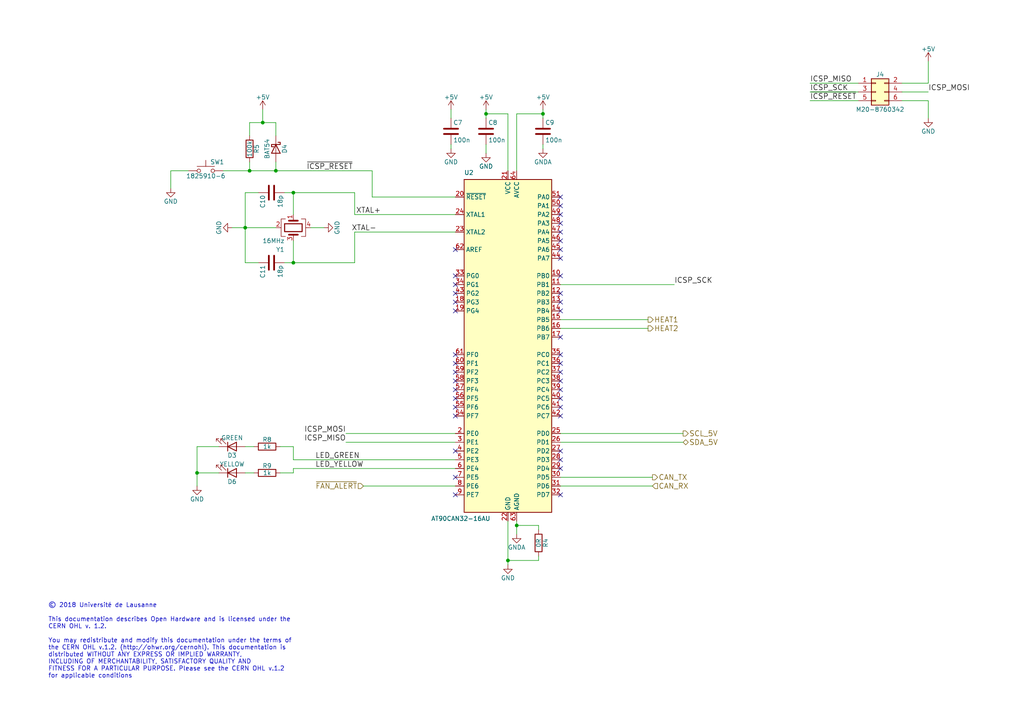
<source format=kicad_sch>
(kicad_sch (version 20231120) (generator "eeschema") (generator_version "8.0")
  (paper "A4")
  (title_block (title "AT90CAN128 - Climate Controller") (date "06/11/2018") (rev "A") (company "Université de Lausanne") (comment 1 "Author: Alexandre Tuleu") (comment 2 "Licensed under the CERN OHL v1.2"))
  (lib_symbols
    (symbol "Connector_Generic:Conn_02x03_Odd_Even" (pin_names (offset 1.016) hide)
      (property "Reference" "J" (at 1.27 5.08 0))
      (property "Value" "Conn_02x03_Odd_Even" (at 1.27 -5.08 0))
      (symbol "Conn_02x03_Odd_Even_1_1"
        (rectangle (start -1.27 -2.413) (end 0 -2.667) (stroke (width 0.1524)))
        (rectangle (start -1.27 0.127) (end 0 -0.127) (stroke (width 0.1524)))
        (rectangle (start -1.27 2.667) (end 0 2.413) (stroke (width 0.1524)))
        (rectangle (start -1.27 3.81) (end 3.81 -3.81) (stroke (width 0.254)) (fill (type background)))
        (rectangle (start 3.81 -2.413) (end 2.54 -2.667) (stroke (width 0.1524)))
        (rectangle (start 3.81 0.127) (end 2.54 -0.127) (stroke (width 0.1524)))
        (rectangle (start 3.81 2.667) (end 2.54 2.413) (stroke (width 0.1524)))
        (pin passive line (at -5.08 2.54 0) (length 3.81) (name "Pin_1") (number "1"))
        (pin passive line (at 7.62 2.54 180) (length 3.81) (name "Pin_2") (number "2"))
        (pin passive line (at -5.08 0 0) (length 3.81) (name "Pin_3") (number "3"))
        (pin passive line (at 7.62 0 180) (length 3.81) (name "Pin_4") (number "4"))
        (pin passive line (at -5.08 -2.54 0) (length 3.81) (name "Pin_5") (number "5"))
        (pin passive line (at 7.62 -2.54 180) (length 3.81) (name "Pin_6") (number "6"))
      )
    )
    (symbol "Device:C" (pin_numbers hide) (pin_names (offset 0.254))
      (property "Reference" "C" (at 0.635 2.54 0))
      (property "Value" "C" (at 0.635 -2.54 0))
      (symbol "C_0_1"
        (polyline (pts (xy -2.032 -0.762) (xy 2.032 -0.762)) (stroke (width 0.508)))
        (polyline (pts (xy -2.032 0.762) (xy 2.032 0.762)) (stroke (width 0.508)))
      )
      (symbol "C_1_1"
        (pin passive line (at 0 3.81 270) (length 2.794) (name "~") (number "1"))
        (pin passive line (at 0 -3.81 90) (length 2.794) (name "~") (number "2"))
      )
    )
    (symbol "Device:Crystal_GND24" (pin_names (offset 1.016) hide)
      (property "Reference" "Y" (at 3.175 5.08 0))
      (property "Value" "Crystal_GND24" (at 3.175 3.175 0))
      (symbol "Crystal_GND24_0_1"
        (rectangle (start -1.143 2.54) (end 1.143 -2.54) (stroke (width 0.3048)))
        (polyline (pts (xy -2.54 0) (xy -2.032 0)))
        (polyline (pts (xy -2.032 -1.27) (xy -2.032 1.27)) (stroke (width 0.508)))
        (polyline (pts (xy 0 -3.81) (xy 0 -3.556)))
        (polyline (pts (xy 0 3.556) (xy 0 3.81)))
        (polyline (pts (xy 2.032 -1.27) (xy 2.032 1.27)) (stroke (width 0.508)))
        (polyline (pts (xy 2.032 0) (xy 2.54 0)))
        (polyline (pts (xy -2.54 -2.286) (xy -2.54 -3.556) (xy 2.54 -3.556) (xy 2.54 -2.286)))
        (polyline (pts (xy -2.54 2.286) (xy -2.54 3.556) (xy 2.54 3.556) (xy 2.54 2.286)))
      )
      (symbol "Crystal_GND24_1_1"
        (pin passive line (at -3.81 0 0) (length 1.27) (name "1") (number "1"))
        (pin passive line (at 0 5.08 270) (length 1.27) (name "2") (number "2"))
        (pin passive line (at 3.81 0 180) (length 1.27) (name "3") (number "3"))
        (pin passive line (at 0 -5.08 90) (length 1.27) (name "4") (number "4"))
      )
    )
    (symbol "Device:D_Schottky" (pin_numbers hide) (pin_names (offset 1.016) hide)
      (property "Reference" "D" (at 0 2.54 0))
      (property "Value" "D_Schottky" (at 0 -2.54 0))
      (symbol "D_Schottky_0_1"
        (polyline (pts (xy 1.27 0) (xy -1.27 0)))
        (polyline (pts (xy 1.27 1.27) (xy 1.27 -1.27) (xy -1.27 0) (xy 1.27 1.27)) (stroke (width 0.254)))
        (polyline (pts (xy -1.905 0.635) (xy -1.905 1.27) (xy -1.27 1.27) (xy -1.27 -1.27) (xy -0.635 -1.27) (xy -0.635 -0.635)) (stroke (width 0.254)))
      )
      (symbol "D_Schottky_1_1"
        (pin passive line (at -3.81 0 0) (length 2.54) (name "K") (number "1"))
        (pin passive line (at 3.81 0 180) (length 2.54) (name "A") (number "2"))
      )
    )
    (symbol "Device:LED" (pin_numbers hide) (pin_names (offset 1.016) hide)
      (property "Reference" "D" (at 0 2.54 0))
      (property "Value" "LED" (at 0 -2.54 0))
      (symbol "LED_0_1"
        (polyline (pts (xy -1.27 -1.27) (xy -1.27 1.27)) (stroke (width 0.254)))
        (polyline (pts (xy -1.27 0) (xy 1.27 0)))
        (polyline (pts (xy 1.27 -1.27) (xy 1.27 1.27) (xy -1.27 0) (xy 1.27 -1.27)) (stroke (width 0.254)))
        (polyline (pts (xy -3.048 -0.762) (xy -4.572 -2.286) (xy -3.81 -2.286) (xy -4.572 -2.286) (xy -4.572 -1.524)))
        (polyline (pts (xy -1.778 -0.762) (xy -3.302 -2.286) (xy -2.54 -2.286) (xy -3.302 -2.286) (xy -3.302 -1.524)))
      )
      (symbol "LED_1_1"
        (pin passive line (at -3.81 0 0) (length 2.54) (name "K") (number "1"))
        (pin passive line (at 3.81 0 180) (length 2.54) (name "A") (number "2"))
      )
    )
    (symbol "Device:R" (pin_numbers hide) (pin_names (offset 0))
      (property "Reference" "R" (at 2.032 0 90))
      (property "Value" "R" (at 0 0 90))
      (symbol "R_0_1"
        (rectangle (start -1.016 -2.54) (end 1.016 2.54) (stroke (width 0.254)))
      )
      (symbol "R_1_1"
        (pin passive line (at 0 3.81 270) (length 1.27) (name "~") (number "1"))
        (pin passive line (at 0 -3.81 90) (length 1.27) (name "~") (number "2"))
      )
    )
    (symbol "Switch:SW_Push" (pin_numbers hide) (pin_names (offset 1.016) hide)
      (property "Reference" "SW" (at 1.27 2.54 0))
      (property "Value" "SW_Push" (at 0 -1.524 0))
      (symbol "SW_Push_0_1"
        (circle (center -2.032 0) (radius 0.508))
        (polyline (pts (xy 0 1.27) (xy 0 3.048)))
        (polyline (pts (xy 2.54 1.27) (xy -2.54 1.27)))
        (circle (center 2.032 0) (radius 0.508))
        (pin passive line (at -5.08 0 0) (length 2.54) (name "1") (number "1"))
        (pin passive line (at 5.08 0 180) (length 2.54) (name "2") (number "2"))
      )
    )
    (symbol "zeus-rescue:+5V-power" (power) (pin_names (offset 0))
      (property "Value" "power_+5V" (at 0 3.556 0))
      (symbol "+5V-power_0_1"
        (polyline (pts (xy -0.762 1.27) (xy 0 2.54)))
        (polyline (pts (xy 0 0) (xy 0 2.54)))
        (polyline (pts (xy 0 2.54) (xy 0.762 1.27)))
      )
      (symbol "+5V-power_1_1"
        (pin power_in line (at 0 0 90) (length 0) hide (name "+5V") (number "1"))
      )
    )
    (symbol "zeus-rescue:AT90CAN128-16AU-MCU_Microchip_AVR"
      (property "Reference" "U" (at -12.7 49.53 0))
      (property "Value" "AT90CAN128-16AU-MCU_Microchip_AVR" (at 5.08 -49.53 0))
      (symbol "AT90CAN128-16AU-MCU_Microchip_AVR_0_1"
        (rectangle (start -12.7 -48.26) (end 12.7 48.26) (stroke (width 0.254)) (fill (type background)))
      )
      (symbol "AT90CAN128-16AU-MCU_Microchip_AVR_1_1"
        (pin no_connect line (at -12.7 -45.72 0) (length 2.54) hide (name "NC") (number "1"))
        (pin bidirectional line (at 15.24 20.32 180) (length 2.54) (name "PB0") (number "10"))
        (pin bidirectional line (at 15.24 17.78 180) (length 2.54) (name "PB1") (number "11"))
        (pin bidirectional line (at 15.24 15.24 180) (length 2.54) (name "PB2") (number "12"))
        (pin bidirectional line (at 15.24 12.7 180) (length 2.54) (name "PB3") (number "13"))
        (pin bidirectional line (at 15.24 10.16 180) (length 2.54) (name "PB4") (number "14"))
        (pin bidirectional line (at 15.24 7.62 180) (length 2.54) (name "PB5") (number "15"))
        (pin bidirectional line (at 15.24 5.08 180) (length 2.54) (name "PB6") (number "16"))
        (pin bidirectional line (at 15.24 2.54 180) (length 2.54) (name "PB7") (number "17"))
        (pin bidirectional line (at -15.24 12.7 0) (length 2.54) (name "PG3") (number "18"))
        (pin bidirectional line (at -15.24 10.16 0) (length 2.54) (name "PG4") (number "19"))
        (pin bidirectional line (at -15.24 -25.4 0) (length 2.54) (name "PE0") (number "2"))
        (pin input line (at -15.24 43.18 0) (length 2.54) (name "~{RESET}") (number "20"))
        (pin power_in line (at 0 50.8 270) (length 2.54) (name "VCC") (number "21"))
        (pin power_in line (at 0 -50.8 90) (length 2.54) (name "GND") (number "22"))
        (pin bidirectional line (at -15.24 33.02 0) (length 2.54) (name "XTAL2") (number "23"))
        (pin bidirectional line (at -15.24 38.1 0) (length 2.54) (name "XTAL1") (number "24"))
        (pin bidirectional line (at 15.24 -25.4 180) (length 2.54) (name "PD0") (number "25"))
        (pin bidirectional line (at 15.24 -27.94 180) (length 2.54) (name "PD1") (number "26"))
        (pin bidirectional line (at 15.24 -30.48 180) (length 2.54) (name "PD2") (number "27"))
        (pin bidirectional line (at 15.24 -33.02 180) (length 2.54) (name "PD3") (number "28"))
        (pin bidirectional line (at 15.24 -35.56 180) (length 2.54) (name "PD4") (number "29"))
        (pin bidirectional line (at -15.24 -27.94 0) (length 2.54) (name "PE1") (number "3"))
        (pin bidirectional line (at 15.24 -38.1 180) (length 2.54) (name "PD5") (number "30"))
        (pin bidirectional line (at 15.24 -40.64 180) (length 2.54) (name "PD6") (number "31"))
        (pin bidirectional line (at 15.24 -43.18 180) (length 2.54) (name "PD7") (number "32"))
        (pin bidirectional line (at -15.24 20.32 0) (length 2.54) (name "PG0") (number "33"))
        (pin bidirectional line (at -15.24 17.78 0) (length 2.54) (name "PG1") (number "34"))
        (pin bidirectional line (at 15.24 -2.54 180) (length 2.54) (name "PC0") (number "35"))
        (pin bidirectional line (at 15.24 -5.08 180) (length 2.54) (name "PC1") (number "36"))
        (pin bidirectional line (at 15.24 -7.62 180) (length 2.54) (name "PC2") (number "37"))
        (pin bidirectional line (at 15.24 -10.16 180) (length 2.54) (name "PC3") (number "38"))
        (pin bidirectional line (at 15.24 -12.7 180) (length 2.54) (name "PC4") (number "39"))
        (pin bidirectional line (at -15.24 -30.48 0) (length 2.54) (name "PE2") (number "4"))
        (pin bidirectional line (at 15.24 -15.24 180) (length 2.54) (name "PC5") (number "40"))
        (pin bidirectional line (at 15.24 -17.78 180) (length 2.54) (name "PC6") (number "41"))
        (pin bidirectional line (at 15.24 -20.32 180) (length 2.54) (name "PC7") (number "42"))
        (pin bidirectional line (at -15.24 15.24 0) (length 2.54) (name "PG2") (number "43"))
        (pin bidirectional line (at 15.24 25.4 180) (length 2.54) (name "PA7") (number "44"))
        (pin bidirectional line (at 15.24 27.94 180) (length 2.54) (name "PA6") (number "45"))
        (pin bidirectional line (at 15.24 30.48 180) (length 2.54) (name "PA5") (number "46"))
        (pin bidirectional line (at 15.24 33.02 180) (length 2.54) (name "PA4") (number "47"))
        (pin bidirectional line (at 15.24 35.56 180) (length 2.54) (name "PA3") (number "48"))
        (pin bidirectional line (at 15.24 38.1 180) (length 2.54) (name "PA2") (number "49"))
        (pin bidirectional line (at -15.24 -33.02 0) (length 2.54) (name "PE3") (number "5"))
        (pin bidirectional line (at 15.24 40.64 180) (length 2.54) (name "PA1") (number "50"))
        (pin bidirectional line (at 15.24 43.18 180) (length 2.54) (name "PA0") (number "51"))
        (pin passive line (at 0 50.8 270) (length 2.54) hide (name "VCC") (number "52"))
        (pin passive line (at 0 -50.8 90) (length 2.54) hide (name "GND") (number "53"))
        (pin input line (at -15.24 -20.32 0) (length 2.54) (name "PF7") (number "54"))
        (pin input line (at -15.24 -17.78 0) (length 2.54) (name "PF6") (number "55"))
        (pin input line (at -15.24 -15.24 0) (length 2.54) (name "PF5") (number "56"))
        (pin input line (at -15.24 -12.7 0) (length 2.54) (name "PF4") (number "57"))
        (pin input line (at -15.24 -10.16 0) (length 2.54) (name "PF3") (number "58"))
        (pin input line (at -15.24 -7.62 0) (length 2.54) (name "PF2") (number "59"))
        (pin bidirectional line (at -15.24 -35.56 0) (length 2.54) (name "PE4") (number "6"))
        (pin input line (at -15.24 -5.08 0) (length 2.54) (name "PF1") (number "60"))
        (pin input line (at -15.24 -2.54 0) (length 2.54) (name "PF0") (number "61"))
        (pin input line (at -15.24 27.94 0) (length 2.54) (name "AREF") (number "62"))
        (pin power_in line (at 2.54 -50.8 90) (length 2.54) (name "AGND") (number "63"))
        (pin power_in line (at 2.54 50.8 270) (length 2.54) (name "AVCC") (number "64"))
        (pin bidirectional line (at -15.24 -38.1 0) (length 2.54) (name "PE5") (number "7"))
        (pin bidirectional line (at -15.24 -40.64 0) (length 2.54) (name "PE6") (number "8"))
        (pin bidirectional line (at -15.24 -43.18 0) (length 2.54) (name "PE7") (number "9"))
      )
    )
    (symbol "zeus-rescue:GND-power" (power) (pin_names (offset 0))
      (property "Value" "power_GND" (at 0 -3.81 0))
      (symbol "GND-power_0_1"
        (polyline (pts (xy 0 0) (xy 0 -1.27) (xy 1.27 -1.27) (xy 0 -2.54) (xy -1.27 -1.27) (xy 0 -1.27)))
      )
      (symbol "GND-power_1_1"
        (pin power_in line (at 0 0 270) (length 0) hide (name "GND") (number "1"))
      )
    )
    (symbol "zeus-rescue:GNDA-power" (power) (pin_names (offset 0))
      (property "Value" "power_GNDA" (at 0 -3.81 0))
      (symbol "GNDA-power_0_1"
        (polyline (pts (xy 0 0) (xy 0 -1.27) (xy 1.27 -1.27) (xy 0 -2.54) (xy -1.27 -1.27) (xy 0 -1.27)))
      )
      (symbol "GNDA-power_1_1"
        (pin power_in line (at 0 0 270) (length 0) hide (name "GNDA") (number "1"))
      )
    )
  )
  (junction (at 57.15 137.16))
  (junction (at 85.09 55.88))
  (junction (at 71.12 66.04))
  (junction (at 149.86 152.4))
  (junction (at 157.48 33.02))
  (junction (at 76.2 35.56))
  (junction (at 147.32 162.56))
  (junction (at 85.09 76.2))
  (junction (at 72.39 49.53))
  (junction (at 140.97 33.02))
  (junction (at 80.01 49.53))
  (no_connect (at 132.08 120.65))
  (no_connect (at 162.56 67.31))
  (no_connect (at 162.56 135.89))
  (no_connect (at 162.56 115.57))
  (no_connect (at 162.56 87.63))
  (no_connect (at 132.08 143.51))
  (no_connect (at 162.56 62.23))
  (no_connect (at 132.08 102.87))
  (no_connect (at 132.08 107.95))
  (no_connect (at 162.56 97.79))
  (no_connect (at 132.08 115.57))
  (no_connect (at 162.56 74.93))
  (no_connect (at 132.08 113.03))
  (no_connect (at 132.08 130.81))
  (no_connect (at 132.08 138.43))
  (no_connect (at 132.08 90.17))
  (no_connect (at 162.56 72.39))
  (no_connect (at 162.56 133.35))
  (no_connect (at 162.56 110.49))
  (no_connect (at 162.56 57.15))
  (no_connect (at 162.56 90.17))
  (no_connect (at 162.56 59.69))
  (no_connect (at 132.08 105.41))
  (no_connect (at 162.56 120.65))
  (no_connect (at 132.08 110.49))
  (no_connect (at 162.56 143.51))
  (no_connect (at 132.08 118.11))
  (no_connect (at 132.08 82.55))
  (no_connect (at 162.56 107.95))
  (no_connect (at 162.56 80.01))
  (no_connect (at 132.08 87.63))
  (no_connect (at 132.08 85.09))
  (no_connect (at 162.56 130.81))
  (no_connect (at 132.08 80.01))
  (no_connect (at 162.56 113.03))
  (no_connect (at 162.56 118.11))
  (no_connect (at 162.56 102.87))
  (no_connect (at 162.56 105.41))
  (no_connect (at 162.56 64.77))
  (no_connect (at 162.56 85.09))
  (no_connect (at 162.56 69.85))
  (no_connect (at 132.08 72.39))
  (wire (pts (xy 234.95 26.67) (xy 248.92 26.67)))
  (wire (pts (xy 140.97 31.75) (xy 140.97 33.02)))
  (wire (pts (xy 85.09 133.35) (xy 132.08 133.35)))
  (wire (pts (xy 102.87 62.23) (xy 132.08 62.23)))
  (wire (pts (xy 73.66 129.54) (xy 71.12 129.54)))
  (wire (pts (xy 80.01 49.53) (xy 107.95 49.53)))
  (wire (pts (xy 71.12 66.04) (xy 71.12 76.2)))
  (wire (pts (xy 85.09 135.89) (xy 85.09 137.16)))
  (wire (pts (xy 261.62 24.13) (xy 269.24 24.13)))
  (wire (pts (xy 49.53 49.53) (xy 54.61 49.53)))
  (wire (pts (xy 72.39 39.37) (xy 72.39 35.56)))
  (wire (pts (xy 162.56 138.43) (xy 189.23 138.43)))
  (wire (pts (xy 130.81 41.91) (xy 130.81 43.18)))
  (wire (pts (xy 234.95 29.21) (xy 248.92 29.21)))
  (wire (pts (xy 107.95 57.15) (xy 132.08 57.15)))
  (wire (pts (xy 140.97 33.02) (xy 147.32 33.02)))
  (wire (pts (xy 156.21 152.4) (xy 156.21 153.67)))
  (wire (pts (xy 149.86 152.4) (xy 149.86 154.94)))
  (wire (pts (xy 73.66 137.16) (xy 71.12 137.16)))
  (wire (pts (xy 102.87 67.31) (xy 102.87 76.2)))
  (wire (pts (xy 140.97 33.02) (xy 140.97 34.29)))
  (wire (pts (xy 157.48 33.02) (xy 157.48 34.29)))
  (wire (pts (xy 76.2 35.56) (xy 80.01 35.56)))
  (wire (pts (xy 149.86 151.13) (xy 149.86 152.4)))
  (wire (pts (xy 102.87 55.88) (xy 85.09 55.88)))
  (wire (pts (xy 72.39 49.53) (xy 72.39 46.99)))
  (wire (pts (xy 157.48 43.18) (xy 157.48 41.91)))
  (wire (pts (xy 85.09 55.88) (xy 82.55 55.88)))
  (wire (pts (xy 85.09 133.35) (xy 85.09 129.54)))
  (wire (pts (xy 149.86 33.02) (xy 149.86 49.53)))
  (wire (pts (xy 162.56 92.71) (xy 187.96 92.71)))
  (wire (pts (xy 261.62 29.21) (xy 269.24 29.21)))
  (wire (pts (xy 261.62 26.67) (xy 269.24 26.67)))
  (wire (pts (xy 85.09 137.16) (xy 81.28 137.16)))
  (wire (pts (xy 71.12 66.04) (xy 67.31 66.04)))
  (wire (pts (xy 269.24 24.13) (xy 269.24 17.78)))
  (wire (pts (xy 140.97 41.91) (xy 140.97 44.45)))
  (wire (pts (xy 162.56 128.27) (xy 198.12 128.27)))
  (wire (pts (xy 102.87 67.31) (xy 132.08 67.31)))
  (wire (pts (xy 85.09 76.2) (xy 82.55 76.2)))
  (wire (pts (xy 162.56 95.25) (xy 187.96 95.25)))
  (wire (pts (xy 85.09 129.54) (xy 81.28 129.54)))
  (wire (pts (xy 93.98 66.04) (xy 90.17 66.04)))
  (wire (pts (xy 100.33 128.27) (xy 132.08 128.27)))
  (wire (pts (xy 105.41 140.97) (xy 132.08 140.97)))
  (wire (pts (xy 80.01 35.56) (xy 80.01 39.37)))
  (wire (pts (xy 156.21 162.56) (xy 147.32 162.56)))
  (wire (pts (xy 147.32 163.83) (xy 147.32 162.56)))
  (wire (pts (xy 162.56 82.55) (xy 195.58 82.55)))
  (wire (pts (xy 102.87 62.23) (xy 102.87 55.88)))
  (wire (pts (xy 57.15 140.97) (xy 57.15 137.16)))
  (wire (pts (xy 57.15 137.16) (xy 57.15 129.54)))
  (wire (pts (xy 100.33 125.73) (xy 132.08 125.73)))
  (wire (pts (xy 269.24 29.21) (xy 269.24 34.29)))
  (wire (pts (xy 71.12 55.88) (xy 71.12 66.04)))
  (wire (pts (xy 80.01 49.53) (xy 80.01 46.99)))
  (wire (pts (xy 64.77 49.53) (xy 72.39 49.53)))
  (wire (pts (xy 80.01 66.04) (xy 71.12 66.04)))
  (wire (pts (xy 57.15 129.54) (xy 63.5 129.54)))
  (wire (pts (xy 76.2 31.75) (xy 76.2 35.56)))
  (wire (pts (xy 130.81 31.75) (xy 130.81 34.29)))
  (wire (pts (xy 71.12 76.2) (xy 74.93 76.2)))
  (wire (pts (xy 102.87 76.2) (xy 85.09 76.2)))
  (wire (pts (xy 162.56 125.73) (xy 198.12 125.73)))
  (wire (pts (xy 85.09 62.23) (xy 85.09 55.88)))
  (wire (pts (xy 157.48 31.75) (xy 157.48 33.02)))
  (wire (pts (xy 72.39 49.53) (xy 80.01 49.53)))
  (wire (pts (xy 85.09 135.89) (xy 132.08 135.89)))
  (wire (pts (xy 147.32 162.56) (xy 147.32 151.13)))
  (wire (pts (xy 49.53 54.61) (xy 49.53 49.53)))
  (wire (pts (xy 156.21 161.29) (xy 156.21 162.56)))
  (wire (pts (xy 162.56 140.97) (xy 189.23 140.97)))
  (wire (pts (xy 107.95 49.53) (xy 107.95 57.15)))
  (wire (pts (xy 72.39 35.56) (xy 76.2 35.56)))
  (wire (pts (xy 157.48 33.02) (xy 149.86 33.02)))
  (wire (pts (xy 74.93 55.88) (xy 71.12 55.88)))
  (wire (pts (xy 149.86 152.4) (xy 156.21 152.4)))
  (wire (pts (xy 234.95 24.13) (xy 248.92 24.13)))
  (wire (pts (xy 63.5 137.16) (xy 57.15 137.16)))
  (wire (pts (xy 85.09 76.2) (xy 85.09 69.85)))
  (wire (pts (xy 147.32 33.02) (xy 147.32 49.53)))
  (text "© 2018 Université de Lausanne\n\nThis documentation describes Open Hardware and is licensed under the\nCERN OHL v. 1.2.\n\nYou may redistribute and modify this documentation under the terms of\nthe CERN OHL v.1.2. (http://ohwr.org/cernohl). This documentation is\ndistributed WITHOUT ANY EXPRESS OR IMPLIED WARRANTY,\nINCLUDING OF MERCHANTABILITY, SATISFACTORY QUALITY AND\nFITNESS FOR A PARTICULAR PURPOSE. Please see the CERN OHL v.1.2\nfor applicable conditions" (at 13.97 196.85 0) (effects (font (size 1.27 1.27)) (justify left bottom)))
  (label "XTAL-" (at 109.22 67.31 180) (effects (font (size 1.524 1.524))))
  (label "~{ICSP_RESET}" (at 234.95 29.21 0) (effects (font (size 1.524 1.524))))
  (label "ICSP_SCK" (at 195.58 82.55 0) (effects (font (size 1.524 1.524))))
  (label "ICSP_MISO" (at 100.33 128.27 180) (effects (font (size 1.524 1.524))))
  (label "XTAL+" (at 110.49 62.23 180) (effects (font (size 1.524 1.524))))
  (label "~{ICSP_RESET}" (at 88.9 49.53 0) (effects (font (size 1.524 1.524))))
  (label "ICSP_MOSI" (at 269.24 26.67 0) (effects (font (size 1.524 1.524))))
  (label "ICSP_MOSI" (at 100.33 125.73 180) (effects (font (size 1.524 1.524))))
  (label "LED_YELLOW" (at 91.44 135.89 0) (effects (font (size 1.524 1.524))))
  (label "ICSP_MISO" (at 234.95 24.13 0) (effects (font (size 1.524 1.524))))
  (label "ICSP_SCK" (at 234.95 26.67 0) (effects (font (size 1.524 1.524))))
  (label "LED_GREEN" (at 91.44 133.35 0) (effects (font (size 1.524 1.524))))
  (hierarchical_label "CAN_RX" (shape input) (at 189.23 140.97 0) (effects (font (size 1.524 1.524))))
  (hierarchical_label "CAN_TX" (shape output) (at 189.23 138.43 0) (effects (font (size 1.524 1.524))))
  (hierarchical_label "SCL_5V" (shape output) (at 198.12 125.73 0) (effects (font (size 1.524 1.524))))
  (hierarchical_label "~{FAN_ALERT}" (shape input) (at 105.41 140.97 180) (effects (font (size 1.524 1.524))))
  (hierarchical_label "HEAT1" (shape output) (at 187.96 92.71 0) (effects (font (size 1.524 1.524))))
  (hierarchical_label "HEAT2" (shape output) (at 187.96 95.25 0) (effects (font (size 1.524 1.524))))
  (hierarchical_label "SDA_5V" (shape bidirectional) (at 198.12 128.27 0) (effects (font (size 1.524 1.524))))
  (symbol (lib_id "Device:C") (at 130.81 38.1 0) (unit 1)
    (property "Reference" "C7" (at 131.445 35.56 0) (effects (justify left)))
    (property "Value" "100n" (at 131.445 40.64 0) (effects (justify left)))
    (property "Footprint" "Capacitor_SMD:C_0603_1608Metric" (effects (hide yes)))
    (property "Description" "GPC0603104" (effects (hide yes)))
    (property "MPN" "GPC0603104" (effects (hide yes)))
  )
  (symbol (lib_id "Device:C") (at 140.97 38.1 0) (unit 1)
    (property "Reference" "C8" (at 141.605 35.56 0) (effects (justify left)))
    (property "Value" "100n" (at 141.605 40.64 0) (effects (justify left)))
    (property "Footprint" "Capacitor_SMD:C_0603_1608Metric" (effects (hide yes)))
    (property "Description" "GPC0603104" (effects (hide yes)))
    (property "MPN" "GPC0603104" (effects (hide yes)))
  )
  (symbol (lib_id "Device:C") (at 157.48 38.1 0) (unit 1)
    (property "Reference" "C9" (at 158.115 35.56 0) (effects (justify left)))
    (property "Value" "100n" (at 158.115 40.64 0) (effects (justify left)))
    (property "Footprint" "Capacitor_SMD:C_0603_1608Metric" (effects (hide yes)))
    (property "Description" "GPC0603104" (effects (hide yes)))
    (property "MPN" "GPC0603104" (effects (hide yes)))
  )
  (symbol (lib_id "Device:Crystal_GND24") (at 85.09 66.04 90) (mirror x) (unit 1)
    (property "Reference" "Y1" (at 82.55 72.39 90) (effects (justify left)))
    (property "Value" "16MHz" (at 82.55 69.85 90) (effects (justify left)))
    (property "Footprint" "Crystal:Crystal_SMD_SeikoEpson_FA238-4Pin_3.2x2.5mm" (effects (hide yes)))
    (property "Description" "FA-238 16.0000MB-C3" (effects (hide yes)))
    (property "MPN" "FA-238 16.0000MB-C3" (effects (hide yes)))
  )
  (symbol (lib_id "Device:C") (at 78.74 55.88 90) (mirror x) (unit 1)
    (property "Reference" "C10" (at 76.2 56.515 0) (effects (justify left)))
    (property "Value" "18p" (at 81.28 56.515 0) (effects (justify left)))
    (property "Footprint" "Capacitor_SMD:C_0603_1608Metric" (effects (hide yes)))
    (property "Description" "GPC0603180" (effects (hide yes)))
    (property "MPN" "GPC0603180" (effects (hide yes)))
  )
  (symbol (lib_id "Device:C") (at 78.74 76.2 90) (mirror x) (unit 1)
    (property "Reference" "C11" (at 76.2 76.835 0) (effects (justify left)))
    (property "Value" "18p" (at 81.28 76.835 0) (effects (justify left)))
    (property "Footprint" "Capacitor_SMD:C_0603_1608Metric" (effects (hide yes)))
    (property "Description" "GPC0603180" (effects (hide yes)))
    (property "MPN" "GPC0603180" (effects (hide yes)))
  )
  (symbol (lib_id "zeus-rescue:GND-power") (at 67.31 66.04 270) (mirror x) (unit 1)
    (property "Reference" "#PWR021" (effects (hide yes)))
    (property "Value" "GND" (at 63.5 66.04 0))
  )
  (symbol (lib_id "zeus-rescue:GND-power") (at 93.98 66.04 90) (mirror x) (unit 1)
    (property "Reference" "#PWR022" (effects (hide yes)))
    (property "Value" "GND" (at 97.79 66.04 0))
  )
  (symbol (lib_id "Device:R") (at 156.21 157.48 0) (unit 1)
    (property "Reference" "R4" (at 158.242 157.48 90))
    (property "Value" "0R" (at 156.21 157.48 90))
    (property "Footprint" "Resistor_SMD:R_0603_1608Metric" (effects (hide yes)))
    (property "Description" "RC0603JR-070RL" (effects (hide yes)))
    (property "MPN" "GPR06030R" (effects (hide yes)))
  )
  (symbol (lib_id "zeus-rescue:GND-power") (at 147.32 163.83 0) (unit 1)
    (property "Reference" "#PWR023" (effects (hide yes)))
    (property "Value" "GND" (at 147.32 167.64 0))
  )
  (symbol (lib_id "zeus-rescue:GNDA-power") (at 149.86 154.94 0) (unit 1)
    (property "Reference" "#PWR024" (effects (hide yes)))
    (property "Value" "GNDA" (at 149.86 158.75 0))
  )
  (symbol (lib_id "zeus-rescue:GNDA-power") (at 157.48 43.18 0) (unit 1)
    (property "Reference" "#PWR025" (effects (hide yes)))
    (property "Value" "GNDA" (at 157.48 46.99 0))
  )
  (symbol (lib_id "zeus-rescue:+5V-power") (at 130.81 31.75 0) (unit 1)
    (property "Reference" "#PWR026" (effects (hide yes)))
    (property "Value" "+5V" (at 130.81 28.194 0))
  )
  (symbol (lib_id "zeus-rescue:+5V-power") (at 140.97 31.75 0) (unit 1)
    (property "Reference" "#PWR027" (effects (hide yes)))
    (property "Value" "+5V" (at 140.97 28.194 0))
  )
  (symbol (lib_id "zeus-rescue:GND-power") (at 130.81 43.18 0) (unit 1)
    (property "Reference" "#PWR028" (effects (hide yes)))
    (property "Value" "GND" (at 130.81 46.99 0))
  )
  (symbol (lib_id "Connector_Generic:Conn_02x03_Odd_Even") (at 254 26.67 0) (unit 1)
    (property "Reference" "J4" (at 255.27 21.59 0))
    (property "Value" "M20-8760342" (at 255.27 31.75 0))
    (property "Footprint" "Connector_PinHeader_2.54mm:PinHeader_2x03_P2.54mm_Vertical_SMD" (effects (hide yes)))
    (property "Description" "M20-8760342" (effects (hide yes)))
    (property "MPN" "M20-8760342" (effects (hide yes)))
  )
  (symbol (lib_id "Switch:SW_Push") (at 59.69 49.53 0) (unit 1)
    (property "Reference" "SW1" (at 60.96 46.99 0) (effects (justify left)))
    (property "Value" "1825910-6" (at 59.69 51.054 0))
    (property "Footprint" "Button_Switch_THT:SW_PUSH_6mm" (effects (hide yes)))
    (property "Description" "1825910-6" (effects (hide yes)))
    (property "MPN" "1825910-6" (effects (hide yes)))
  )
  (symbol (lib_id "Device:D_Schottky") (at 80.01 43.18 270) (unit 1)
    (property "Reference" "D4" (at 82.55 43.18 0))
    (property "Value" "BAT54" (at 77.47 43.18 0))
    (property "Footprint" "Diodes_SMD:D_SOT-23_ANK" (effects (hide yes)))
    (property "Description" "BAT54-7-F" (effects (hide yes)))
    (property "MPN" "BAT54-7-F" (effects (hide yes)))
  )
  (symbol (lib_id "Device:R") (at 72.39 43.18 0) (unit 1)
    (property "Reference" "R5" (at 74.422 43.18 90))
    (property "Value" "100k" (at 72.39 43.18 90))
    (property "Footprint" "Resistor_SMD:R_0603_1608Metric" (effects (hide yes)))
    (property "Description" "GPR0603100K" (effects (hide yes)))
    (property "MPN" "GPR0603100K" (effects (hide yes)))
  )
  (symbol (lib_id "zeus-rescue:+5V-power") (at 76.2 31.75 0) (unit 1)
    (property "Reference" "#PWR029" (effects (hide yes)))
    (property "Value" "+5V" (at 76.2 28.194 0))
  )
  (symbol (lib_id "zeus-rescue:GND-power") (at 49.53 54.61 0) (unit 1)
    (property "Reference" "#PWR030" (effects (hide yes)))
    (property "Value" "GND" (at 49.53 58.42 0))
  )
  (symbol (lib_id "zeus-rescue:+5V-power") (at 269.24 17.78 0) (unit 1)
    (property "Reference" "#PWR031" (effects (hide yes)))
    (property "Value" "+5V" (at 269.24 14.224 0))
  )
  (symbol (lib_id "zeus-rescue:GND-power") (at 269.24 34.29 0) (unit 1)
    (property "Reference" "#PWR032" (effects (hide yes)))
    (property "Value" "GND" (at 269.24 38.1 0))
  )
  (symbol (lib_id "Device:LED") (at 67.31 137.16 0) (mirror x) (unit 1)
    (property "Reference" "D6" (at 67.31 139.7 0))
    (property "Value" "YELLOW" (at 67.31 134.62 0))
    (property "Footprint" "LED_SMD:LED_0603_1608Metric" (effects (hide yes)))
    (property "Description" "150060YS75000" (effects (hide yes)))
    (property "MPN" "150060YS75000" (effects (hide yes)))
  )
  (symbol (lib_id "Device:LED") (at 67.31 129.54 0) (mirror x) (unit 1)
    (property "Reference" "D3" (at 67.31 132.08 0))
    (property "Value" "GREEN" (at 67.31 127 0))
    (property "Footprint" "LED_SMD:LED_0603_1608Metric" (effects (hide yes)))
    (property "Description" "150060VS75000" (effects (hide yes)))
    (property "MPN" "150060VS75000" (effects (hide yes)))
  )
  (symbol (lib_id "Device:R") (at 77.47 137.16 270) (mirror x) (unit 1)
    (property "Reference" "R9" (at 77.47 135.128 90))
    (property "Value" "1k" (at 77.47 137.16 90))
    (property "Footprint" "Resistor_SMD:R_0603_1608Metric" (effects (hide yes)))
    (property "Description" "GPR06031K" (effects (hide yes)))
    (property "MPN" "GPR06031K" (effects (hide yes)))
  )
  (symbol (lib_id "Device:R") (at 77.47 129.54 270) (mirror x) (unit 1)
    (property "Reference" "R8" (at 77.47 127.508 90))
    (property "Value" "1k" (at 77.47 129.54 90))
    (property "Footprint" "Resistor_SMD:R_0603_1608Metric" (effects (hide yes)))
    (property "Description" "GPR06031K" (effects (hide yes)))
    (property "MPN" "GPR06031K" (effects (hide yes)))
  )
  (symbol (lib_id "zeus-rescue:GND-power") (at 57.15 140.97 0) (mirror y) (unit 1)
    (property "Reference" "#PWR033" (effects (hide yes)))
    (property "Value" "GND" (at 57.15 144.78 0))
  )
  (symbol (lib_id "zeus-rescue:AT90CAN128-16AU-MCU_Microchip_AVR") (at 147.32 100.33 0) (unit 1)
    (property "Reference" "U2" (at 134.62 50.8 0) (effects (justify left bottom)))
    (property "Value" "AT90CAN32-16AU" (at 142.24 151.13 0) (effects (justify right bottom)))
    (property "Footprint" "Package_QFP:TQFP-64_14x14mm_P0.8mm" (effects (hide yes)))
    (property "Description" "AT90CAN32-16AU" (effects (hide yes)))
    (property "MPN" "AT90CAN32-16AU" (effects (hide yes)))
  )
  (symbol (lib_id "zeus-rescue:GND-power") (at 140.97 44.45 0) (unit 1)
    (property "Reference" "#PWR034" (effects (hide yes)))
    (property "Value" "GND" (at 140.97 48.26 0))
  )
  (symbol (lib_id "zeus-rescue:+5V-power") (at 157.48 31.75 0) (unit 1)
    (property "Reference" "#PWR035" (effects (hide yes)))
    (property "Value" "+5V" (at 157.48 28.194 0))
  )
)
</source>
